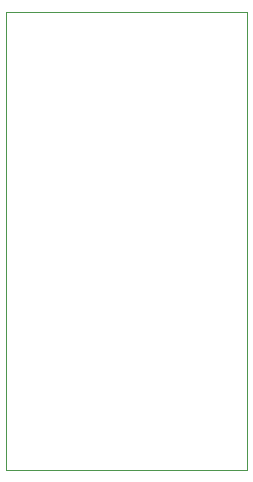
<source format=gbr>
%TF.GenerationSoftware,KiCad,Pcbnew,8.0.4*%
%TF.CreationDate,2024-10-29T17:12:26-05:00*%
%TF.ProjectId,smd_breadboard,736d645f-6272-4656-9164-626f6172642e,rev?*%
%TF.SameCoordinates,Original*%
%TF.FileFunction,Profile,NP*%
%FSLAX46Y46*%
G04 Gerber Fmt 4.6, Leading zero omitted, Abs format (unit mm)*
G04 Created by KiCad (PCBNEW 8.0.4) date 2024-10-29 17:12:26*
%MOMM*%
%LPD*%
G01*
G04 APERTURE LIST*
%TA.AperFunction,Profile*%
%ADD10C,0.050000*%
%TD*%
G04 APERTURE END LIST*
D10*
X151400000Y-33000000D02*
X171800000Y-33000000D01*
X171800000Y-71800000D01*
X151400000Y-71800000D01*
X151400000Y-33000000D01*
M02*

</source>
